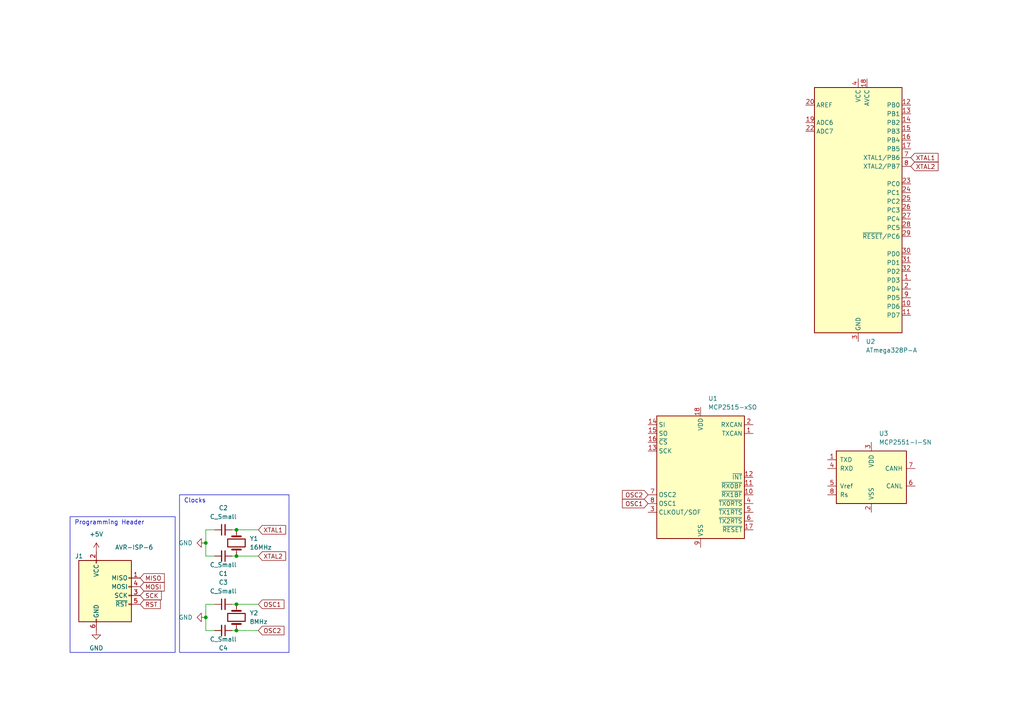
<source format=kicad_sch>
(kicad_sch (version 20230121) (generator eeschema)
  (paper "A4")
  (lib_symbols
    (symbol "Connector:AVR-ISP-6" (pin_names (offset 1.016))
      (property "Reference" "J" (at -6.35 11.43 0))
      (property "Value" "AVR-ISP-6" (at 0 11.43 0))
      (symbol "AVR-ISP-6_0_1"
        (rectangle (start -2.667 -6.858) (end -2.413 -7.62))
        (rectangle (start -2.667 10.16) (end -2.413 9.398))
        (rectangle (start 7.62 -2.413) (end 6.858 -2.667))
        (rectangle (start 7.62 0.127) (end 6.858 -0.127))
        (rectangle (start 7.62 2.667) (end 6.858 2.413))
        (rectangle (start 7.62 5.207) (end 6.858 4.953))
        (rectangle (start 7.62 10.16) (end -7.62 -7.62) (stroke (width 0.254)) (fill (type background)))
      )
      (symbol "AVR-ISP-6_1_1"
        (pin passive line (at 10.16 5.08 180) (length 2.54) (name "MISO") (number "1"))
        (pin passive line (at -2.54 12.7 270) (length 2.54) (name "VCC") (number "2"))
        (pin passive line (at 10.16 0 180) (length 2.54) (name "SCK") (number "3"))
        (pin passive line (at 10.16 2.54 180) (length 2.54) (name "MOSI") (number "4"))
        (pin passive line (at 10.16 -2.54 180) (length 2.54) (name "~{RST}") (number "5"))
        (pin passive line (at -2.54 -10.16 90) (length 2.54) (name "GND") (number "6"))
      )
    )
    (symbol "Device:C_Small" (pin_numbers hide) (pin_names (offset 0.254) hide)
      (property "Reference" "C" (at 0.254 1.778 0))
      (property "Value" "C_Small" (at 0.254 -2.032 0))
      (symbol "C_Small_0_1"
        (polyline (pts (xy -1.524 -0.508) (xy 1.524 -0.508)) (stroke (width 0.3302)))
        (polyline (pts (xy -1.524 0.508) (xy 1.524 0.508)) (stroke (width 0.3048)))
      )
      (symbol "C_Small_1_1"
        (pin passive line (at 0 2.54 270) (length 2.032) (name "~") (number "1"))
        (pin passive line (at 0 -2.54 90) (length 2.032) (name "~") (number "2"))
      )
    )
    (symbol "Device:Crystal" (pin_numbers hide) (pin_names (offset 1.016) hide)
      (property "Reference" "Y" (at 0 3.81 0))
      (property "Value" "Crystal" (at 0 -3.81 0))
      (symbol "Crystal_0_1"
        (rectangle (start -1.143 2.54) (end 1.143 -2.54) (stroke (width 0.3048)))
        (polyline (pts (xy -2.54 0) (xy -1.905 0)))
        (polyline (pts (xy -1.905 -1.27) (xy -1.905 1.27)) (stroke (width 0.508)))
        (polyline (pts (xy 1.905 -1.27) (xy 1.905 1.27)) (stroke (width 0.508)))
        (polyline (pts (xy 2.54 0) (xy 1.905 0)))
      )
      (symbol "Crystal_1_1"
        (pin passive line (at -3.81 0 0) (length 1.27) (name "1") (number "1"))
        (pin passive line (at 3.81 0 180) (length 1.27) (name "2") (number "2"))
      )
    )
    (symbol "Interface_CAN_LIN:MCP2515-xSO"
      (property "Reference" "U" (at -10.16 19.685 0))
      (property "Value" "MCP2515-xSO" (at 19.05 20.32 0))
      (symbol "MCP2515-xSO_0_1"
        (rectangle (start -12.7 17.78) (end 12.7 -17.78) (stroke (width 0.254)) (fill (type background)))
      )
      (symbol "MCP2515-xSO_1_1"
        (pin output line (at 15.24 12.7 180) (length 2.54) (name "TXCAN") (number "1"))
        (pin output line (at 15.24 -5.08 180) (length 2.54) (name "~{RX1BF}") (number "10"))
        (pin output line (at 15.24 -2.54 180) (length 2.54) (name "~{RX0BF}") (number "11"))
        (pin output line (at 15.24 0 180) (length 2.54) (name "~{INT}") (number "12"))
        (pin input line (at -15.24 7.62 0) (length 2.54) (name "SCK") (number "13"))
        (pin input line (at -15.24 15.24 0) (length 2.54) (name "SI") (number "14"))
        (pin output line (at -15.24 12.7 0) (length 2.54) (name "SO") (number "15"))
        (pin input line (at -15.24 10.16 0) (length 2.54) (name "~{CS}") (number "16"))
        (pin input line (at 15.24 -15.24 180) (length 2.54) (name "~{RESET}") (number "17"))
        (pin power_in line (at 0 20.32 270) (length 2.54) (name "VDD") (number "18"))
        (pin input line (at 15.24 15.24 180) (length 2.54) (name "RXCAN") (number "2"))
        (pin output line (at -15.24 -10.16 0) (length 2.54) (name "CLKOUT/SOF") (number "3"))
        (pin input line (at 15.24 -7.62 180) (length 2.54) (name "~{TX0RTS}") (number "4"))
        (pin input line (at 15.24 -10.16 180) (length 2.54) (name "~{TX1RTS}") (number "5"))
        (pin input line (at 15.24 -12.7 180) (length 2.54) (name "~{TX2RTS}") (number "6"))
        (pin output line (at -15.24 -5.08 0) (length 2.54) (name "OSC2") (number "7"))
        (pin input line (at -15.24 -7.62 0) (length 2.54) (name "OSC1") (number "8"))
        (pin power_in line (at 0 -20.32 90) (length 2.54) (name "VSS") (number "9"))
      )
    )
    (symbol "Interface_CAN_LIN:MCP2551-I-SN" (pin_names (offset 1.016))
      (property "Reference" "U" (at -10.16 8.89 0))
      (property "Value" "MCP2551-I-SN" (at 2.54 8.89 0))
      (symbol "MCP2551-I-SN_0_1"
        (rectangle (start -10.16 7.62) (end 10.16 -7.62) (stroke (width 0.254)) (fill (type background)))
      )
      (symbol "MCP2551-I-SN_1_1"
        (pin input line (at -12.7 5.08 0) (length 2.54) (name "TXD") (number "1"))
        (pin power_in line (at 0 -10.16 90) (length 2.54) (name "VSS") (number "2"))
        (pin power_in line (at 0 10.16 270) (length 2.54) (name "VDD") (number "3"))
        (pin output line (at -12.7 2.54 0) (length 2.54) (name "RXD") (number "4"))
        (pin power_out line (at -12.7 -2.54 0) (length 2.54) (name "Vref") (number "5"))
        (pin bidirectional line (at 12.7 -2.54 180) (length 2.54) (name "CANL") (number "6"))
        (pin bidirectional line (at 12.7 2.54 180) (length 2.54) (name "CANH") (number "7"))
        (pin input line (at -12.7 -5.08 0) (length 2.54) (name "Rs") (number "8"))
      )
    )
    (symbol "MCU_Microchip_ATmega:ATmega328P-A"
      (property "Reference" "U" (at -12.7 36.83 0))
      (property "Value" "ATmega328P-A" (at 2.54 -36.83 0))
      (symbol "ATmega328P-A_0_1"
        (rectangle (start -12.7 -35.56) (end 12.7 35.56) (stroke (width 0.254)) (fill (type background)))
      )
      (symbol "ATmega328P-A_1_1"
        (pin bidirectional line (at 15.24 -20.32 180) (length 2.54) (name "PD3") (number "1"))
        (pin bidirectional line (at 15.24 -27.94 180) (length 2.54) (name "PD6") (number "10"))
        (pin bidirectional line (at 15.24 -30.48 180) (length 2.54) (name "PD7") (number "11"))
        (pin bidirectional line (at 15.24 30.48 180) (length 2.54) (name "PB0") (number "12"))
        (pin bidirectional line (at 15.24 27.94 180) (length 2.54) (name "PB1") (number "13"))
        (pin bidirectional line (at 15.24 25.4 180) (length 2.54) (name "PB2") (number "14"))
        (pin bidirectional line (at 15.24 22.86 180) (length 2.54) (name "PB3") (number "15"))
        (pin bidirectional line (at 15.24 20.32 180) (length 2.54) (name "PB4") (number "16"))
        (pin bidirectional line (at 15.24 17.78 180) (length 2.54) (name "PB5") (number "17"))
        (pin power_in line (at 2.54 38.1 270) (length 2.54) (name "AVCC") (number "18"))
        (pin input line (at -15.24 25.4 0) (length 2.54) (name "ADC6") (number "19"))
        (pin bidirectional line (at 15.24 -22.86 180) (length 2.54) (name "PD4") (number "2"))
        (pin passive line (at -15.24 30.48 0) (length 2.54) (name "AREF") (number "20"))
        (pin passive line (at 0 -38.1 90) (length 2.54) hide (name "GND") (number "21"))
        (pin input line (at -15.24 22.86 0) (length 2.54) (name "ADC7") (number "22"))
        (pin bidirectional line (at 15.24 7.62 180) (length 2.54) (name "PC0") (number "23"))
        (pin bidirectional line (at 15.24 5.08 180) (length 2.54) (name "PC1") (number "24"))
        (pin bidirectional line (at 15.24 2.54 180) (length 2.54) (name "PC2") (number "25"))
        (pin bidirectional line (at 15.24 0 180) (length 2.54) (name "PC3") (number "26"))
        (pin bidirectional line (at 15.24 -2.54 180) (length 2.54) (name "PC4") (number "27"))
        (pin bidirectional line (at 15.24 -5.08 180) (length 2.54) (name "PC5") (number "28"))
        (pin bidirectional line (at 15.24 -7.62 180) (length 2.54) (name "~{RESET}/PC6") (number "29"))
        (pin power_in line (at 0 -38.1 90) (length 2.54) (name "GND") (number "3"))
        (pin bidirectional line (at 15.24 -12.7 180) (length 2.54) (name "PD0") (number "30"))
        (pin bidirectional line (at 15.24 -15.24 180) (length 2.54) (name "PD1") (number "31"))
        (pin bidirectional line (at 15.24 -17.78 180) (length 2.54) (name "PD2") (number "32"))
        (pin power_in line (at 0 38.1 270) (length 2.54) (name "VCC") (number "4"))
        (pin passive line (at 0 -38.1 90) (length 2.54) hide (name "GND") (number "5"))
        (pin passive line (at 0 38.1 270) (length 2.54) hide (name "VCC") (number "6"))
        (pin bidirectional line (at 15.24 15.24 180) (length 2.54) (name "XTAL1/PB6") (number "7"))
        (pin bidirectional line (at 15.24 12.7 180) (length 2.54) (name "XTAL2/PB7") (number "8"))
        (pin bidirectional line (at 15.24 -25.4 180) (length 2.54) (name "PD5") (number "9"))
      )
    )
    (symbol "power:+5V" (power) (pin_names (offset 0))
      (property "Value" "+5V" (at 0 3.556 0))
      (symbol "+5V_0_1"
        (polyline (pts (xy -0.762 1.27) (xy 0 2.54)))
        (polyline (pts (xy 0 0) (xy 0 2.54)))
        (polyline (pts (xy 0 2.54) (xy 0.762 1.27)))
      )
      (symbol "+5V_1_1"
        (pin power_in line (at 0 0 90) (length 0) hide (name "+5V") (number "1"))
      )
    )
    (symbol "power:GND" (power) (pin_names (offset 0))
      (property "Value" "GND" (at 0 -3.81 0))
      (symbol "GND_0_1"
        (polyline (pts (xy 0 0) (xy 0 -1.27) (xy 1.27 -1.27) (xy 0 -2.54) (xy -1.27 -1.27) (xy 0 -1.27)))
      )
      (symbol "GND_1_1"
        (pin power_in line (at 0 0 270) (length 0) hide (name "GND") (number "1"))
      )
    )
  )
  (junction (at 59.69 157.48))
  (junction (at 68.58 182.88))
  (junction (at 68.58 175.26))
  (junction (at 68.58 161.29))
  (junction (at 68.58 153.67))
  (junction (at 59.69 179.07))
  (wire (pts (xy 68.58 175.26) (xy 74.93 175.26)))
  (wire (pts (xy 59.69 179.07) (xy 59.69 182.88)))
  (wire (pts (xy 68.58 161.29) (xy 74.93 161.29)))
  (wire (pts (xy 67.31 175.26) (xy 68.58 175.26)))
  (wire (pts (xy 68.58 153.67) (xy 74.93 153.67)))
  (wire (pts (xy 68.58 182.88) (xy 74.93 182.88)))
  (wire (pts (xy 59.69 182.88) (xy 62.23 182.88)))
  (wire (pts (xy 59.69 179.07) (xy 59.69 175.26)))
  (wire (pts (xy 59.69 175.26) (xy 62.23 175.26)))
  (wire (pts (xy 59.69 153.67) (xy 62.23 153.67)))
  (wire (pts (xy 67.31 161.29) (xy 68.58 161.29)))
  (wire (pts (xy 59.69 157.48) (xy 59.69 161.29)))
  (wire (pts (xy 59.69 161.29) (xy 62.23 161.29)))
  (wire (pts (xy 67.31 153.67) (xy 68.58 153.67)))
  (wire (pts (xy 67.31 182.88) (xy 68.58 182.88)))
  (wire (pts (xy 59.69 157.48) (xy 59.69 153.67)))
  (rectangle (start 52.07 143.51) (end 83.82 189.23))
  (rectangle (start 20.32 149.86) (end 50.8 189.23))
  (text "Clocks" (at 53.34 146.05 0) (effects (font (size 1.27 1.27)) (justify left bottom)))
  (text "Programming Header" (at 21.59 152.4 0) (effects (font (size 1.27 1.27)) (justify left bottom)))
  (global_label "OSC1" (shape input) (at 74.93 175.26 0) (property "Intersheetrefs" "${INTERSHEET_REFS}" (effects hide)))
  (global_label "OSC2" (shape input) (at 74.93 182.88 0) (property "Intersheetrefs" "${INTERSHEET_REFS}" (effects hide)))
  (global_label "MOSI" (shape input) (at 40.64 170.18 0) (property "Intersheetrefs" "${INTERSHEET_REFS}" (effects hide)))
  (global_label "RST" (shape input) (at 40.64 175.26 0) (property "Intersheetrefs" "${INTERSHEET_REFS}" (effects hide)))
  (global_label "XTAL2" (shape input) (at 74.93 161.29 0) (property "Intersheetrefs" "${INTERSHEET_REFS}" (effects hide)))
  (global_label "OSC2" (shape input) (at 187.96 143.51 180) (property "Intersheetrefs" "${INTERSHEET_REFS}" (effects hide)))
  (global_label "XTAL2" (shape input) (at 264.16 48.26 0) (property "Intersheetrefs" "${INTERSHEET_REFS}" (effects hide)))
  (global_label "OSC1" (shape input) (at 187.96 146.05 180) (property "Intersheetrefs" "${INTERSHEET_REFS}" (effects hide)))
  (global_label "XTAL1" (shape input) (at 264.16 45.72 0) (property "Intersheetrefs" "${INTERSHEET_REFS}" (effects hide)))
  (global_label "XTAL1" (shape input) (at 74.93 153.67 0) (property "Intersheetrefs" "${INTERSHEET_REFS}" (effects hide)))
  (global_label "SCK" (shape input) (at 40.64 172.72 0) (property "Intersheetrefs" "${INTERSHEET_REFS}" (effects hide)))
  (global_label "MISO" (shape input) (at 40.64 167.64 0) (property "Intersheetrefs" "${INTERSHEET_REFS}" (effects hide)))
  (symbol (lib_id "Connector:AVR-ISP-6") (at 30.48 172.72 0) (unit 1)
    (property "Reference" "J1" (at 24.13 161.29 0) (effects (justify right)))
    (property "Value" "AVR-ISP-6" (at 44.45 158.75 0) (effects (justify right)))
    (property "Datasheet" " ~" (effects hide))
  )
  (symbol (lib_id "Interface_CAN_LIN:MCP2551-I-SN") (at 252.73 138.43 0) (unit 1)
    (property "Reference" "U3" (at 254.9241 125.73 0) (effects (justify left)))
    (property "Value" "MCP2551-I-SN" (at 254.9241 128.27 0) (effects (justify left)))
    (property "Footprint" "Package_SO:SOIC-8_3.9x4.9mm_P1.27mm" (effects hide))
    (property "Datasheet" "http://ww1.microchip.com/downloads/en/devicedoc/21667d.pdf" (effects hide))
  )
  (symbol (lib_id "Device:C_Small") (at 64.77 175.26 90) (unit 1)
    (property "Reference" "C3" (at 64.7763 168.91 90))
    (property "Value" "C_Small" (at 64.7763 171.45 90))
  )
  (symbol (lib_id "Device:Crystal") (at 68.58 157.48 90) (unit 1)
    (property "Reference" "Y1" (at 72.39 156.21 90) (effects (justify right)))
    (property "Value" "16MHz" (at 72.39 158.75 90) (effects (justify right)))
  )
  (symbol (lib_id "power:GND") (at 27.94 182.88 0) (unit 1)
    (property "Reference" "#PWR02" (effects hide))
    (property "Value" "GND" (at 27.94 187.96 0))
  )
  (symbol (lib_id "Interface_CAN_LIN:MCP2515-xSO") (at 203.2 138.43 0) (unit 1)
    (property "Reference" "U1" (at 205.3941 115.57 0) (effects (justify left)))
    (property "Value" "MCP2515-xSO" (at 205.3941 118.11 0) (effects (justify left)))
    (property "Footprint" "Package_SO:SOIC-18W_7.5x11.6mm_P1.27mm" (effects hide))
    (property "Datasheet" "http://ww1.microchip.com/downloads/en/DeviceDoc/21801e.pdf" (effects hide))
  )
  (symbol (lib_id "MCU_Microchip_ATmega:ATmega328P-A") (at 248.92 60.96 0) (unit 1)
    (property "Reference" "U2" (at 251.1141 99.06 0) (effects (justify left)))
    (property "Value" "ATmega328P-A" (at 251.1141 101.6 0) (effects (justify left)))
    (property "Footprint" "Package_QFP:TQFP-32_7x7mm_P0.8mm" (effects hide))
    (property "Datasheet" "http://ww1.microchip.com/downloads/en/DeviceDoc/ATmega328_P%20AVR%20MCU%20with%20picoPower%20Technology%20Data%20Sheet%2040001984A.pdf" (effects hide))
  )
  (symbol (lib_id "Device:C_Small") (at 64.77 153.67 90) (unit 1)
    (property "Reference" "C2" (at 64.7763 147.32 90))
    (property "Value" "C_Small" (at 64.7763 149.86 90))
  )
  (symbol (lib_id "power:GND") (at 59.69 179.07 270) (unit 1)
    (property "Reference" "#PWR04" (effects hide))
    (property "Value" "GND" (at 55.88 179.07 90) (effects (justify right)))
  )
  (symbol (lib_id "Device:Crystal") (at 68.58 179.07 90) (unit 1)
    (property "Reference" "Y2" (at 72.39 177.8 90) (effects (justify right)))
    (property "Value" "8MHz" (at 72.39 180.34 90) (effects (justify right)))
  )
  (symbol (lib_id "Device:C_Small") (at 64.77 182.88 270) (unit 1)
    (property "Reference" "C4" (at 64.77 187.96 90))
    (property "Value" "C_Small" (at 64.77 185.42 90))
  )
  (symbol (lib_id "power:+5V") (at 27.94 160.02 0) (unit 1)
    (property "Reference" "#PWR01" (effects hide))
    (property "Value" "+5V" (at 27.94 154.94 0))
  )
  (symbol (lib_id "Device:C_Small") (at 64.77 161.29 270) (unit 1)
    (property "Reference" "C1" (at 64.77 166.37 90))
    (property "Value" "C_Small" (at 64.77 163.83 90))
  )
  (symbol (lib_id "power:GND") (at 59.69 157.48 270) (unit 1)
    (property "Reference" "#PWR03" (effects hide))
    (property "Value" "GND" (at 55.88 157.48 90) (effects (justify right)))
  )
)
</source>
